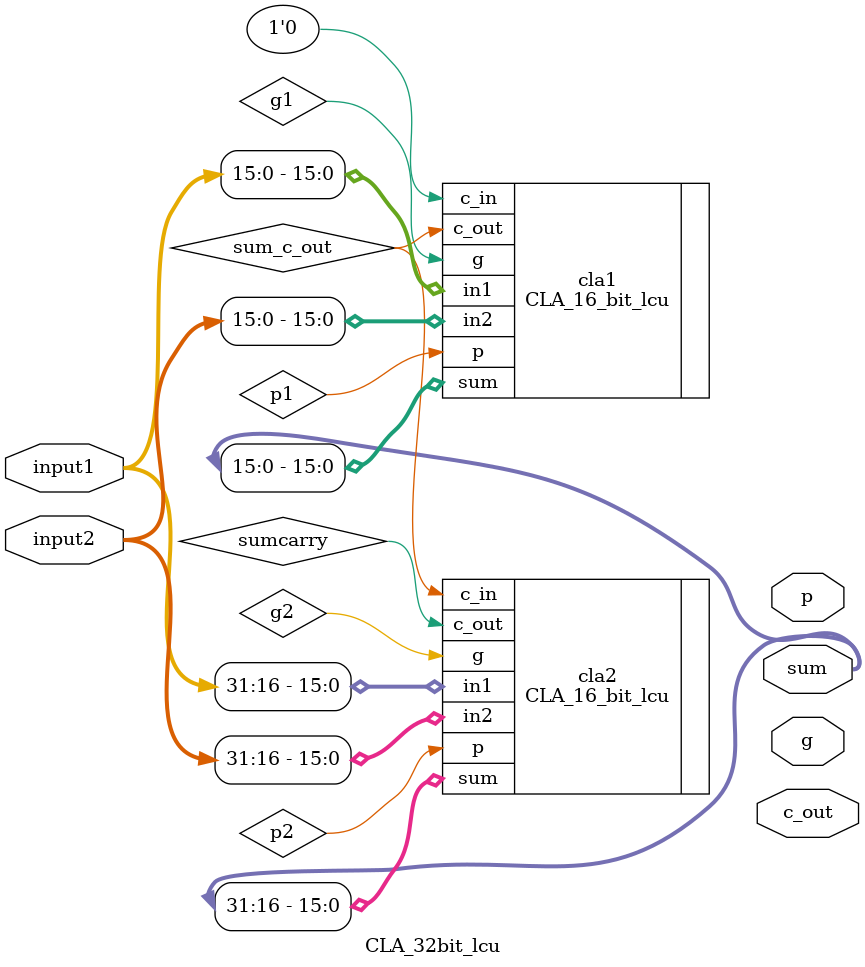
<source format=v>
`timescale 1ns / 1ps
module CLA_32bit_lcu(
    input [31:0] input1,
    input [31:0] input2,
    output [31:0] sum,
    output c_out,
    output p,
    output g
    );

wire c1,p1,g1;

CLA_16_bit_lcu cla1(.in1(input1[15:0]), .in2(input2[15:0]), .c_in(1'b0), .sum(sum[15:0]), .c_out(sum_c_out), .p(p1), .g(g1));
CLA_16_bit_lcu cla2(.in1(input1[31:16]), .in2(input2[31:16]), .c_in(sum_c_out), .sum(sum[31:16]), .c_out(sumcarry), .p(p2), .g(g2));

endmodule

</source>
